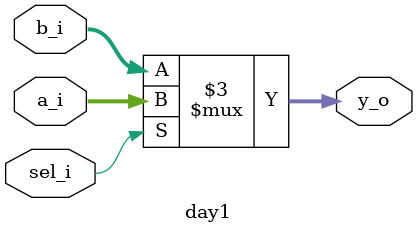
<source format=sv>
`timescale 1ns/1ps // Define simulation time units

module day1 (
  input   logic [7:0]    a_i,
  input   logic [7:0]    b_i,
  input   logic          sel_i,
  output  logic [7:0]    y_o
);
//  logic [7:0] y_o_reg;
always @(sel_i, a_i, b_i) begin
    if (sel_i) 
      y_o <= a_i;
    else
      y_o <= b_i;
end
endmodule
</source>
